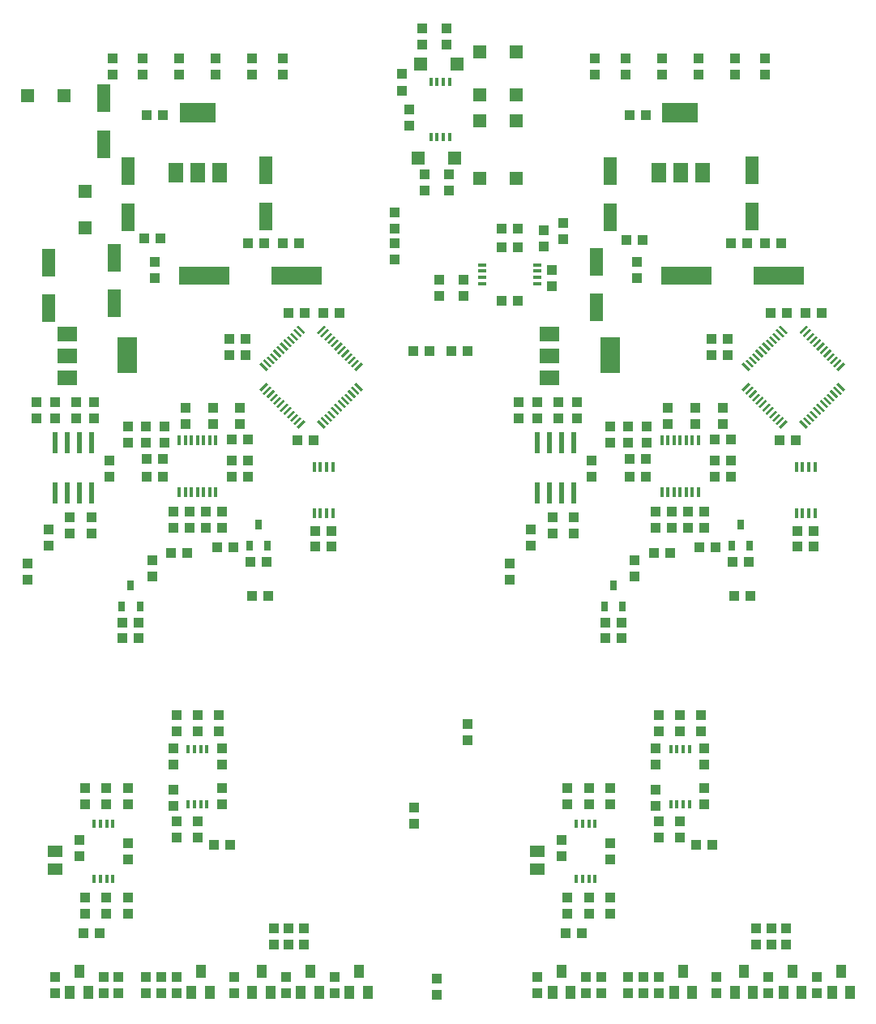
<source format=gtp>
G75*
%MOIN*%
%OFA0B0*%
%FSLAX25Y25*%
%IPPOS*%
%LPD*%
%AMOC8*
5,1,8,0,0,1.08239X$1,22.5*
%
%ADD10R,0.01000X0.03937*%
%ADD11R,0.03937X0.01000*%
%ADD12R,0.21000X0.07600*%
%ADD13R,0.04331X0.03937*%
%ADD14R,0.01200X0.03900*%
%ADD15R,0.03937X0.04331*%
%ADD16R,0.02362X0.08661*%
%ADD17R,0.03937X0.05512*%
%ADD18R,0.02756X0.03937*%
%ADD19R,0.05512X0.11811*%
%ADD20R,0.07900X0.05900*%
%ADD21R,0.07900X0.15000*%
%ADD22R,0.05900X0.07900*%
%ADD23R,0.15000X0.07900*%
%ADD24R,0.01614X0.04016*%
%ADD25R,0.01378X0.03543*%
%ADD26R,0.05906X0.05118*%
%ADD27R,0.05512X0.05512*%
%ADD28R,0.03543X0.01378*%
D10*
G36*
X0127530Y0254526D02*
X0128237Y0255233D01*
X0131020Y0252450D01*
X0130313Y0251743D01*
X0127530Y0254526D01*
G37*
G36*
X0128922Y0255918D02*
X0129629Y0256625D01*
X0132412Y0253842D01*
X0131705Y0253135D01*
X0128922Y0255918D01*
G37*
G36*
X0130314Y0257310D02*
X0131021Y0258017D01*
X0133804Y0255234D01*
X0133097Y0254527D01*
X0130314Y0257310D01*
G37*
G36*
X0131706Y0258702D02*
X0132413Y0259409D01*
X0135196Y0256626D01*
X0134489Y0255919D01*
X0131706Y0258702D01*
G37*
G36*
X0133098Y0260094D02*
X0133805Y0260801D01*
X0136588Y0258018D01*
X0135881Y0257311D01*
X0133098Y0260094D01*
G37*
G36*
X0134490Y0261486D02*
X0135197Y0262193D01*
X0137980Y0259410D01*
X0137273Y0258703D01*
X0134490Y0261486D01*
G37*
G36*
X0135882Y0262877D02*
X0136589Y0263584D01*
X0139372Y0260801D01*
X0138665Y0260094D01*
X0135882Y0262877D01*
G37*
G36*
X0137274Y0264269D02*
X0137981Y0264976D01*
X0140764Y0262193D01*
X0140057Y0261486D01*
X0137274Y0264269D01*
G37*
G36*
X0138666Y0265661D02*
X0139373Y0266368D01*
X0142156Y0263585D01*
X0141449Y0262878D01*
X0138666Y0265661D01*
G37*
G36*
X0140058Y0267053D02*
X0140765Y0267760D01*
X0143548Y0264977D01*
X0142841Y0264270D01*
X0140058Y0267053D01*
G37*
G36*
X0141449Y0268445D02*
X0142156Y0269152D01*
X0144939Y0266369D01*
X0144232Y0265662D01*
X0141449Y0268445D01*
G37*
G36*
X0142841Y0269837D02*
X0143548Y0270544D01*
X0146331Y0267761D01*
X0145624Y0267054D01*
X0142841Y0269837D01*
G37*
G36*
X0119178Y0293500D02*
X0119885Y0294207D01*
X0122668Y0291424D01*
X0121961Y0290717D01*
X0119178Y0293500D01*
G37*
G36*
X0117786Y0292108D02*
X0118493Y0292815D01*
X0121276Y0290032D01*
X0120569Y0289325D01*
X0117786Y0292108D01*
G37*
G36*
X0116395Y0290716D02*
X0117102Y0291423D01*
X0119885Y0288640D01*
X0119178Y0287933D01*
X0116395Y0290716D01*
G37*
G36*
X0115003Y0289324D02*
X0115710Y0290031D01*
X0118493Y0287248D01*
X0117786Y0286541D01*
X0115003Y0289324D01*
G37*
G36*
X0113611Y0287932D02*
X0114318Y0288639D01*
X0117101Y0285856D01*
X0116394Y0285149D01*
X0113611Y0287932D01*
G37*
G36*
X0112219Y0286540D02*
X0112926Y0287247D01*
X0115709Y0284464D01*
X0115002Y0283757D01*
X0112219Y0286540D01*
G37*
G36*
X0110827Y0285149D02*
X0111534Y0285856D01*
X0114317Y0283073D01*
X0113610Y0282366D01*
X0110827Y0285149D01*
G37*
G36*
X0109435Y0283757D02*
X0110142Y0284464D01*
X0112925Y0281681D01*
X0112218Y0280974D01*
X0109435Y0283757D01*
G37*
G36*
X0108043Y0282365D02*
X0108750Y0283072D01*
X0111533Y0280289D01*
X0110826Y0279582D01*
X0108043Y0282365D01*
G37*
G36*
X0106651Y0280973D02*
X0107358Y0281680D01*
X0110141Y0278897D01*
X0109434Y0278190D01*
X0106651Y0280973D01*
G37*
G36*
X0105259Y0279581D02*
X0105966Y0280288D01*
X0108749Y0277505D01*
X0108042Y0276798D01*
X0105259Y0279581D01*
G37*
G36*
X0103867Y0278189D02*
X0104574Y0278896D01*
X0107357Y0276113D01*
X0106650Y0275406D01*
X0103867Y0278189D01*
G37*
G36*
X0302292Y0278189D02*
X0302999Y0278896D01*
X0305782Y0276113D01*
X0305075Y0275406D01*
X0302292Y0278189D01*
G37*
G36*
X0303684Y0279581D02*
X0304391Y0280288D01*
X0307174Y0277505D01*
X0306467Y0276798D01*
X0303684Y0279581D01*
G37*
G36*
X0305076Y0280973D02*
X0305783Y0281680D01*
X0308566Y0278897D01*
X0307859Y0278190D01*
X0305076Y0280973D01*
G37*
G36*
X0306468Y0282365D02*
X0307175Y0283072D01*
X0309958Y0280289D01*
X0309251Y0279582D01*
X0306468Y0282365D01*
G37*
G36*
X0307860Y0283757D02*
X0308567Y0284464D01*
X0311350Y0281681D01*
X0310643Y0280974D01*
X0307860Y0283757D01*
G37*
G36*
X0309252Y0285149D02*
X0309959Y0285856D01*
X0312742Y0283073D01*
X0312035Y0282366D01*
X0309252Y0285149D01*
G37*
G36*
X0310644Y0286540D02*
X0311351Y0287247D01*
X0314134Y0284464D01*
X0313427Y0283757D01*
X0310644Y0286540D01*
G37*
G36*
X0312036Y0287932D02*
X0312743Y0288639D01*
X0315526Y0285856D01*
X0314819Y0285149D01*
X0312036Y0287932D01*
G37*
G36*
X0313428Y0289324D02*
X0314135Y0290031D01*
X0316918Y0287248D01*
X0316211Y0286541D01*
X0313428Y0289324D01*
G37*
G36*
X0314820Y0290716D02*
X0315527Y0291423D01*
X0318310Y0288640D01*
X0317603Y0287933D01*
X0314820Y0290716D01*
G37*
G36*
X0316212Y0292108D02*
X0316919Y0292815D01*
X0319702Y0290032D01*
X0318995Y0289325D01*
X0316212Y0292108D01*
G37*
G36*
X0317604Y0293500D02*
X0318311Y0294207D01*
X0321094Y0291424D01*
X0320387Y0290717D01*
X0317604Y0293500D01*
G37*
G36*
X0339875Y0268445D02*
X0340582Y0269152D01*
X0343365Y0266369D01*
X0342658Y0265662D01*
X0339875Y0268445D01*
G37*
G36*
X0338483Y0267053D02*
X0339190Y0267760D01*
X0341973Y0264977D01*
X0341266Y0264270D01*
X0338483Y0267053D01*
G37*
G36*
X0337091Y0265661D02*
X0337798Y0266368D01*
X0340581Y0263585D01*
X0339874Y0262878D01*
X0337091Y0265661D01*
G37*
G36*
X0335699Y0264269D02*
X0336406Y0264976D01*
X0339189Y0262193D01*
X0338482Y0261486D01*
X0335699Y0264269D01*
G37*
G36*
X0334307Y0262877D02*
X0335014Y0263584D01*
X0337797Y0260801D01*
X0337090Y0260094D01*
X0334307Y0262877D01*
G37*
G36*
X0332915Y0261486D02*
X0333622Y0262193D01*
X0336405Y0259410D01*
X0335698Y0258703D01*
X0332915Y0261486D01*
G37*
G36*
X0331523Y0260094D02*
X0332230Y0260801D01*
X0335013Y0258018D01*
X0334306Y0257311D01*
X0331523Y0260094D01*
G37*
G36*
X0330131Y0258702D02*
X0330838Y0259409D01*
X0333621Y0256626D01*
X0332914Y0255919D01*
X0330131Y0258702D01*
G37*
G36*
X0328739Y0257310D02*
X0329446Y0258017D01*
X0332229Y0255234D01*
X0331522Y0254527D01*
X0328739Y0257310D01*
G37*
G36*
X0327347Y0255918D02*
X0328054Y0256625D01*
X0330837Y0253842D01*
X0330130Y0253135D01*
X0327347Y0255918D01*
G37*
G36*
X0325955Y0254526D02*
X0326662Y0255233D01*
X0329445Y0252450D01*
X0328738Y0251743D01*
X0325955Y0254526D01*
G37*
G36*
X0341267Y0269837D02*
X0341974Y0270544D01*
X0344757Y0267761D01*
X0344050Y0267054D01*
X0341267Y0269837D01*
G37*
D11*
G36*
X0341267Y0276113D02*
X0344050Y0278896D01*
X0344757Y0278189D01*
X0341974Y0275406D01*
X0341267Y0276113D01*
G37*
G36*
X0339875Y0277505D02*
X0342658Y0280288D01*
X0343365Y0279581D01*
X0340582Y0276798D01*
X0339875Y0277505D01*
G37*
G36*
X0338483Y0278897D02*
X0341266Y0281680D01*
X0341973Y0280973D01*
X0339190Y0278190D01*
X0338483Y0278897D01*
G37*
G36*
X0337091Y0280289D02*
X0339874Y0283072D01*
X0340581Y0282365D01*
X0337798Y0279582D01*
X0337091Y0280289D01*
G37*
G36*
X0335699Y0281681D02*
X0338482Y0284464D01*
X0339189Y0283757D01*
X0336406Y0280974D01*
X0335699Y0281681D01*
G37*
G36*
X0334307Y0283073D02*
X0337090Y0285856D01*
X0337797Y0285149D01*
X0335014Y0282366D01*
X0334307Y0283073D01*
G37*
G36*
X0332915Y0284464D02*
X0335698Y0287247D01*
X0336405Y0286540D01*
X0333622Y0283757D01*
X0332915Y0284464D01*
G37*
G36*
X0331523Y0285856D02*
X0334306Y0288639D01*
X0335013Y0287932D01*
X0332230Y0285149D01*
X0331523Y0285856D01*
G37*
G36*
X0330131Y0287248D02*
X0332914Y0290031D01*
X0333621Y0289324D01*
X0330838Y0286541D01*
X0330131Y0287248D01*
G37*
G36*
X0328739Y0288640D02*
X0331522Y0291423D01*
X0332229Y0290716D01*
X0329446Y0287933D01*
X0328739Y0288640D01*
G37*
G36*
X0327347Y0290032D02*
X0330130Y0292815D01*
X0330837Y0292108D01*
X0328054Y0289325D01*
X0327347Y0290032D01*
G37*
G36*
X0325955Y0291424D02*
X0328738Y0294207D01*
X0329445Y0293500D01*
X0326662Y0290717D01*
X0325955Y0291424D01*
G37*
G36*
X0302292Y0267761D02*
X0305075Y0270544D01*
X0305782Y0269837D01*
X0302999Y0267054D01*
X0302292Y0267761D01*
G37*
G36*
X0303684Y0266369D02*
X0306467Y0269152D01*
X0307174Y0268445D01*
X0304391Y0265662D01*
X0303684Y0266369D01*
G37*
G36*
X0305076Y0264977D02*
X0307859Y0267760D01*
X0308566Y0267053D01*
X0305783Y0264270D01*
X0305076Y0264977D01*
G37*
G36*
X0306468Y0263585D02*
X0309251Y0266368D01*
X0309958Y0265661D01*
X0307175Y0262878D01*
X0306468Y0263585D01*
G37*
G36*
X0307860Y0262193D02*
X0310643Y0264976D01*
X0311350Y0264269D01*
X0308567Y0261486D01*
X0307860Y0262193D01*
G37*
G36*
X0309252Y0260801D02*
X0312035Y0263584D01*
X0312742Y0262877D01*
X0309959Y0260094D01*
X0309252Y0260801D01*
G37*
G36*
X0310644Y0259410D02*
X0313427Y0262193D01*
X0314134Y0261486D01*
X0311351Y0258703D01*
X0310644Y0259410D01*
G37*
G36*
X0312036Y0258018D02*
X0314819Y0260801D01*
X0315526Y0260094D01*
X0312743Y0257311D01*
X0312036Y0258018D01*
G37*
G36*
X0313428Y0256626D02*
X0316211Y0259409D01*
X0316918Y0258702D01*
X0314135Y0255919D01*
X0313428Y0256626D01*
G37*
G36*
X0314820Y0255234D02*
X0317603Y0258017D01*
X0318310Y0257310D01*
X0315527Y0254527D01*
X0314820Y0255234D01*
G37*
G36*
X0316212Y0253842D02*
X0318995Y0256625D01*
X0319702Y0255918D01*
X0316919Y0253135D01*
X0316212Y0253842D01*
G37*
G36*
X0317604Y0252450D02*
X0320387Y0255233D01*
X0321094Y0254526D01*
X0318311Y0251743D01*
X0317604Y0252450D01*
G37*
G36*
X0142841Y0276113D02*
X0145624Y0278896D01*
X0146331Y0278189D01*
X0143548Y0275406D01*
X0142841Y0276113D01*
G37*
G36*
X0141449Y0277505D02*
X0144232Y0280288D01*
X0144939Y0279581D01*
X0142156Y0276798D01*
X0141449Y0277505D01*
G37*
G36*
X0140058Y0278897D02*
X0142841Y0281680D01*
X0143548Y0280973D01*
X0140765Y0278190D01*
X0140058Y0278897D01*
G37*
G36*
X0138666Y0280289D02*
X0141449Y0283072D01*
X0142156Y0282365D01*
X0139373Y0279582D01*
X0138666Y0280289D01*
G37*
G36*
X0137274Y0281681D02*
X0140057Y0284464D01*
X0140764Y0283757D01*
X0137981Y0280974D01*
X0137274Y0281681D01*
G37*
G36*
X0135882Y0283073D02*
X0138665Y0285856D01*
X0139372Y0285149D01*
X0136589Y0282366D01*
X0135882Y0283073D01*
G37*
G36*
X0134490Y0284464D02*
X0137273Y0287247D01*
X0137980Y0286540D01*
X0135197Y0283757D01*
X0134490Y0284464D01*
G37*
G36*
X0133098Y0285856D02*
X0135881Y0288639D01*
X0136588Y0287932D01*
X0133805Y0285149D01*
X0133098Y0285856D01*
G37*
G36*
X0131706Y0287248D02*
X0134489Y0290031D01*
X0135196Y0289324D01*
X0132413Y0286541D01*
X0131706Y0287248D01*
G37*
G36*
X0130314Y0288640D02*
X0133097Y0291423D01*
X0133804Y0290716D01*
X0131021Y0287933D01*
X0130314Y0288640D01*
G37*
G36*
X0128922Y0290032D02*
X0131705Y0292815D01*
X0132412Y0292108D01*
X0129629Y0289325D01*
X0128922Y0290032D01*
G37*
G36*
X0127530Y0291424D02*
X0130313Y0294207D01*
X0131020Y0293500D01*
X0128237Y0290717D01*
X0127530Y0291424D01*
G37*
G36*
X0103867Y0267761D02*
X0106650Y0270544D01*
X0107357Y0269837D01*
X0104574Y0267054D01*
X0103867Y0267761D01*
G37*
G36*
X0105259Y0266369D02*
X0108042Y0269152D01*
X0108749Y0268445D01*
X0105966Y0265662D01*
X0105259Y0266369D01*
G37*
G36*
X0106651Y0264977D02*
X0109434Y0267760D01*
X0110141Y0267053D01*
X0107358Y0264270D01*
X0106651Y0264977D01*
G37*
G36*
X0108043Y0263585D02*
X0110826Y0266368D01*
X0111533Y0265661D01*
X0108750Y0262878D01*
X0108043Y0263585D01*
G37*
G36*
X0109435Y0262193D02*
X0112218Y0264976D01*
X0112925Y0264269D01*
X0110142Y0261486D01*
X0109435Y0262193D01*
G37*
G36*
X0110827Y0260801D02*
X0113610Y0263584D01*
X0114317Y0262877D01*
X0111534Y0260094D01*
X0110827Y0260801D01*
G37*
G36*
X0112219Y0259410D02*
X0115002Y0262193D01*
X0115709Y0261486D01*
X0112926Y0258703D01*
X0112219Y0259410D01*
G37*
G36*
X0113611Y0258018D02*
X0116394Y0260801D01*
X0117101Y0260094D01*
X0114318Y0257311D01*
X0113611Y0258018D01*
G37*
G36*
X0115003Y0256626D02*
X0117786Y0259409D01*
X0118493Y0258702D01*
X0115710Y0255919D01*
X0115003Y0256626D01*
G37*
G36*
X0116395Y0255234D02*
X0119178Y0258017D01*
X0119885Y0257310D01*
X0117102Y0254527D01*
X0116395Y0255234D01*
G37*
G36*
X0117786Y0253842D02*
X0120569Y0256625D01*
X0121276Y0255918D01*
X0118493Y0253135D01*
X0117786Y0253842D01*
G37*
G36*
X0119178Y0252450D02*
X0121961Y0255233D01*
X0122668Y0254526D01*
X0119885Y0251743D01*
X0119178Y0252450D01*
G37*
D12*
X0119118Y0314710D03*
X0081118Y0314710D03*
X0279543Y0314710D03*
X0317543Y0314710D03*
D13*
X0019712Y0019704D03*
X0019712Y0026396D03*
X0039712Y0026396D03*
X0045962Y0026396D03*
X0045962Y0019704D03*
X0039712Y0019704D03*
X0057212Y0019704D03*
X0063462Y0019704D03*
X0069712Y0019704D03*
X0069712Y0026396D03*
X0063462Y0026396D03*
X0057212Y0026396D03*
X0040962Y0052204D03*
X0040962Y0058896D03*
X0032212Y0058896D03*
X0032212Y0052204D03*
X0032212Y0097204D03*
X0032212Y0103896D03*
X0040962Y0103896D03*
X0040962Y0097204D03*
X0069712Y0090146D03*
X0069712Y0083454D03*
X0088462Y0113454D03*
X0088462Y0120146D03*
X0087212Y0127204D03*
X0087212Y0133896D03*
X0078462Y0133896D03*
X0078462Y0127204D03*
X0069712Y0127204D03*
X0069712Y0133896D03*
X0054308Y0171800D03*
X0047615Y0171800D03*
X0059712Y0190954D03*
X0059712Y0197646D03*
X0075212Y0210954D03*
X0081712Y0210954D03*
X0081712Y0217646D03*
X0075212Y0217646D03*
X0064308Y0231800D03*
X0057615Y0231800D03*
X0057212Y0245954D03*
X0057212Y0252646D03*
X0049712Y0252646D03*
X0049712Y0245954D03*
X0028462Y0255954D03*
X0028462Y0262646D03*
X0019712Y0262646D03*
X0019712Y0255954D03*
X0012212Y0255954D03*
X0012212Y0262646D03*
X0025962Y0215146D03*
X0025962Y0208454D03*
X0017212Y0210146D03*
X0017212Y0203454D03*
X0008462Y0196396D03*
X0008462Y0189704D03*
X0073462Y0253454D03*
X0073462Y0260146D03*
X0084712Y0260146D03*
X0084712Y0253454D03*
X0092615Y0247425D03*
X0095962Y0253454D03*
X0099308Y0247425D03*
X0095962Y0260146D03*
X0098058Y0282051D03*
X0098058Y0288488D03*
X0091365Y0288488D03*
X0091365Y0282051D03*
X0115740Y0299300D03*
X0122433Y0299300D03*
X0130115Y0299300D03*
X0136808Y0299300D03*
X0159436Y0321288D03*
X0159436Y0327981D03*
X0159436Y0333887D03*
X0159436Y0340580D03*
X0171926Y0349438D03*
X0171926Y0356131D03*
X0181926Y0356131D03*
X0181926Y0349438D03*
X0203334Y0326209D03*
X0210027Y0326209D03*
X0220853Y0326603D03*
X0220853Y0333296D03*
X0228924Y0336249D03*
X0228924Y0329556D03*
X0224003Y0316957D03*
X0224003Y0310265D03*
X0210027Y0304162D03*
X0203334Y0304162D03*
X0187783Y0306131D03*
X0187783Y0312824D03*
X0210637Y0262646D03*
X0210637Y0255954D03*
X0218137Y0255954D03*
X0218137Y0262646D03*
X0226887Y0262646D03*
X0226887Y0255954D03*
X0248137Y0252646D03*
X0248137Y0245954D03*
X0255637Y0245954D03*
X0255637Y0252646D03*
X0271887Y0253454D03*
X0271887Y0260146D03*
X0283137Y0260146D03*
X0283137Y0253454D03*
X0291040Y0247425D03*
X0294387Y0253454D03*
X0297733Y0247425D03*
X0294387Y0260146D03*
X0296483Y0282051D03*
X0296483Y0288488D03*
X0289790Y0288488D03*
X0289790Y0282051D03*
X0314165Y0299300D03*
X0320858Y0299300D03*
X0328540Y0299300D03*
X0335233Y0299300D03*
X0318604Y0327981D03*
X0311912Y0327981D03*
X0304387Y0328060D03*
X0297694Y0328060D03*
X0262733Y0380550D03*
X0256040Y0380550D03*
X0254387Y0397204D03*
X0254387Y0403896D03*
X0241887Y0403896D03*
X0241887Y0397204D03*
X0269387Y0397204D03*
X0269387Y0403896D03*
X0284387Y0403896D03*
X0284387Y0397204D03*
X0299387Y0397204D03*
X0299387Y0403896D03*
X0311887Y0403896D03*
X0311887Y0397204D03*
X0317915Y0246800D03*
X0324608Y0246800D03*
X0297733Y0231800D03*
X0291040Y0231800D03*
X0286887Y0217646D03*
X0286887Y0210954D03*
X0280137Y0210954D03*
X0273637Y0210954D03*
X0273637Y0217646D03*
X0280137Y0217646D03*
X0262733Y0231800D03*
X0256040Y0231800D03*
X0258137Y0197646D03*
X0258137Y0190954D03*
X0252733Y0171800D03*
X0246040Y0171800D03*
X0224387Y0208454D03*
X0224387Y0215146D03*
X0215637Y0210146D03*
X0215637Y0203454D03*
X0206887Y0196396D03*
X0206887Y0189704D03*
X0189348Y0130284D03*
X0189348Y0123591D03*
X0167320Y0095875D03*
X0167320Y0089182D03*
X0122212Y0046396D03*
X0115962Y0046396D03*
X0115962Y0039704D03*
X0122212Y0039704D03*
X0109712Y0039704D03*
X0109712Y0046396D03*
X0114712Y0026396D03*
X0114712Y0019704D03*
X0134712Y0019704D03*
X0134712Y0026396D03*
X0093462Y0026396D03*
X0093462Y0019704D03*
X0176759Y0018926D03*
X0176759Y0025619D03*
X0218137Y0026396D03*
X0218137Y0019704D03*
X0238137Y0019704D03*
X0244387Y0019704D03*
X0244387Y0026396D03*
X0238137Y0026396D03*
X0255637Y0026396D03*
X0261887Y0026396D03*
X0268137Y0026396D03*
X0268137Y0019704D03*
X0261887Y0019704D03*
X0255637Y0019704D03*
X0239387Y0052204D03*
X0239387Y0058896D03*
X0230637Y0058896D03*
X0230637Y0052204D03*
X0230637Y0097204D03*
X0230637Y0103896D03*
X0239387Y0103896D03*
X0239387Y0097204D03*
X0268137Y0090146D03*
X0268137Y0083454D03*
X0286887Y0113454D03*
X0286887Y0120146D03*
X0285637Y0127204D03*
X0285637Y0133896D03*
X0276887Y0133896D03*
X0276887Y0127204D03*
X0268137Y0127204D03*
X0268137Y0133896D03*
X0298540Y0196800D03*
X0305233Y0196800D03*
X0325233Y0203355D03*
X0325233Y0209605D03*
X0331926Y0209605D03*
X0331926Y0203355D03*
X0320637Y0046396D03*
X0320637Y0039704D03*
X0314387Y0039704D03*
X0314387Y0046396D03*
X0308137Y0046396D03*
X0308137Y0039704D03*
X0313137Y0026396D03*
X0313137Y0019704D03*
X0291887Y0019704D03*
X0291887Y0026396D03*
X0333137Y0026396D03*
X0333137Y0019704D03*
X0133501Y0203355D03*
X0133501Y0209605D03*
X0126808Y0209605D03*
X0126808Y0203355D03*
X0106808Y0196800D03*
X0100115Y0196800D03*
X0088462Y0210954D03*
X0088462Y0217646D03*
X0092615Y0231800D03*
X0099308Y0231800D03*
X0119490Y0246800D03*
X0126183Y0246800D03*
X0120179Y0327981D03*
X0113486Y0327981D03*
X0105962Y0328060D03*
X0099269Y0328060D03*
X0064308Y0380550D03*
X0057615Y0380550D03*
X0055962Y0397204D03*
X0055962Y0403896D03*
X0043462Y0403896D03*
X0043462Y0397204D03*
X0070962Y0397204D03*
X0070962Y0403896D03*
X0085962Y0403896D03*
X0085962Y0397204D03*
X0100962Y0397204D03*
X0100962Y0403896D03*
X0113462Y0403896D03*
X0113462Y0397204D03*
X0170676Y0409438D03*
X0170676Y0416131D03*
X0180676Y0416131D03*
X0180676Y0409438D03*
D14*
X0269387Y0246880D03*
X0271887Y0246880D03*
X0274387Y0246880D03*
X0276887Y0246880D03*
X0279387Y0246880D03*
X0281887Y0246880D03*
X0284387Y0246880D03*
X0284387Y0225480D03*
X0281887Y0225480D03*
X0279387Y0225480D03*
X0276887Y0225480D03*
X0274387Y0225480D03*
X0271887Y0225480D03*
X0269387Y0225480D03*
X0085962Y0225480D03*
X0083462Y0225480D03*
X0080962Y0225480D03*
X0078462Y0225480D03*
X0075962Y0225480D03*
X0073462Y0225480D03*
X0070962Y0225480D03*
X0070962Y0246880D03*
X0073462Y0246880D03*
X0075962Y0246880D03*
X0078462Y0246880D03*
X0080962Y0246880D03*
X0083462Y0246880D03*
X0085962Y0246880D03*
D15*
X0092615Y0238670D03*
X0099308Y0238670D03*
X0068462Y0217646D03*
X0068462Y0210954D03*
X0067615Y0200550D03*
X0074308Y0200550D03*
X0086365Y0203050D03*
X0093058Y0203050D03*
X0100735Y0183050D03*
X0107428Y0183050D03*
X0064308Y0239300D03*
X0064712Y0245954D03*
X0057615Y0239300D03*
X0064712Y0252646D03*
X0042051Y0238533D03*
X0042051Y0231841D03*
X0034712Y0215146D03*
X0034712Y0208454D03*
X0047615Y0165550D03*
X0054308Y0165550D03*
X0068462Y0120146D03*
X0068462Y0113454D03*
X0068462Y0103276D03*
X0068462Y0096583D03*
X0078462Y0090146D03*
X0078462Y0083454D03*
X0085115Y0080550D03*
X0091808Y0080550D03*
X0088462Y0097204D03*
X0088462Y0103896D03*
X0049712Y0103896D03*
X0049712Y0097204D03*
X0049712Y0081396D03*
X0049712Y0074704D03*
X0049712Y0058896D03*
X0049712Y0052204D03*
X0038058Y0044300D03*
X0031365Y0044300D03*
X0029712Y0075954D03*
X0029712Y0082646D03*
X0035962Y0255954D03*
X0035962Y0262646D03*
X0060706Y0313660D03*
X0060706Y0320353D03*
X0063058Y0329800D03*
X0056365Y0329800D03*
X0165470Y0376150D03*
X0165470Y0382843D03*
X0162320Y0390747D03*
X0162320Y0397440D03*
X0203334Y0334083D03*
X0210027Y0334083D03*
X0177743Y0312824D03*
X0177743Y0306131D03*
X0173806Y0283690D03*
X0167113Y0283690D03*
X0182861Y0283690D03*
X0189554Y0283690D03*
X0234387Y0262646D03*
X0234387Y0255954D03*
X0240476Y0238533D03*
X0240476Y0231841D03*
X0233137Y0215146D03*
X0233137Y0208454D03*
X0256040Y0239300D03*
X0262733Y0239300D03*
X0263137Y0245954D03*
X0263137Y0252646D03*
X0291040Y0238670D03*
X0297733Y0238670D03*
X0266887Y0217646D03*
X0266887Y0210954D03*
X0266040Y0200550D03*
X0272733Y0200550D03*
X0284790Y0203050D03*
X0291483Y0203050D03*
X0299161Y0183050D03*
X0305853Y0183050D03*
X0252733Y0165550D03*
X0246040Y0165550D03*
X0266887Y0120146D03*
X0266887Y0113454D03*
X0266887Y0103276D03*
X0266887Y0096583D03*
X0276887Y0090146D03*
X0276887Y0083454D03*
X0283540Y0080550D03*
X0290233Y0080550D03*
X0286887Y0097204D03*
X0286887Y0103896D03*
X0248137Y0103896D03*
X0248137Y0097204D03*
X0248137Y0081396D03*
X0248137Y0074704D03*
X0248137Y0058896D03*
X0248137Y0052204D03*
X0236483Y0044300D03*
X0229790Y0044300D03*
X0228137Y0075954D03*
X0228137Y0082646D03*
X0259131Y0313660D03*
X0259131Y0320353D03*
X0261483Y0329300D03*
X0254790Y0329300D03*
D16*
X0233137Y0245786D03*
X0228137Y0245786D03*
X0223137Y0245786D03*
X0218137Y0245786D03*
X0218137Y0225314D03*
X0223137Y0225314D03*
X0228137Y0225314D03*
X0233137Y0225314D03*
X0034712Y0225314D03*
X0029712Y0225314D03*
X0024712Y0225314D03*
X0019712Y0225314D03*
X0019712Y0245786D03*
X0024712Y0245786D03*
X0029712Y0245786D03*
X0034712Y0245786D03*
D17*
X0029712Y0028631D03*
X0033452Y0019969D03*
X0025972Y0019969D03*
X0075972Y0019969D03*
X0083452Y0019969D03*
X0079712Y0028631D03*
X0100972Y0019969D03*
X0108452Y0019969D03*
X0104712Y0028631D03*
X0120972Y0019969D03*
X0128452Y0019969D03*
X0124712Y0028631D03*
X0140972Y0019969D03*
X0148452Y0019969D03*
X0144712Y0028631D03*
X0224397Y0019969D03*
X0231877Y0019969D03*
X0228137Y0028631D03*
X0274397Y0019969D03*
X0281877Y0019969D03*
X0278137Y0028631D03*
X0299397Y0019969D03*
X0306877Y0019969D03*
X0303137Y0028631D03*
X0319397Y0019969D03*
X0326877Y0019969D03*
X0323137Y0028631D03*
X0339397Y0019969D03*
X0346877Y0019969D03*
X0343137Y0028631D03*
D18*
X0253127Y0178719D03*
X0245647Y0178719D03*
X0249387Y0187381D03*
X0298147Y0203719D03*
X0305627Y0203719D03*
X0301887Y0212381D03*
X0107202Y0203719D03*
X0099722Y0203719D03*
X0103462Y0212381D03*
X0054702Y0178719D03*
X0047222Y0178719D03*
X0050962Y0187381D03*
D19*
X0044086Y0303101D03*
X0044086Y0321999D03*
X0049712Y0338601D03*
X0049712Y0357499D03*
X0039712Y0368601D03*
X0039712Y0387499D03*
X0017212Y0319999D03*
X0017212Y0301101D03*
X0106587Y0338926D03*
X0106587Y0357824D03*
X0242511Y0320424D03*
X0242511Y0301526D03*
X0248137Y0338601D03*
X0248137Y0357499D03*
X0306587Y0357824D03*
X0306587Y0338926D03*
D20*
X0223237Y0290700D03*
X0223237Y0281700D03*
X0223237Y0272700D03*
X0024812Y0272700D03*
X0024812Y0281700D03*
X0024812Y0290700D03*
D21*
X0049612Y0281800D03*
X0248037Y0281800D03*
D22*
X0267987Y0356900D03*
X0276987Y0356900D03*
X0285987Y0356900D03*
X0087562Y0356900D03*
X0078562Y0356900D03*
X0069562Y0356900D03*
D23*
X0078462Y0381700D03*
X0276887Y0381700D03*
D24*
X0324741Y0235929D03*
X0327300Y0235929D03*
X0329859Y0235929D03*
X0332418Y0235929D03*
X0332418Y0217031D03*
X0329859Y0217031D03*
X0327300Y0217031D03*
X0324741Y0217031D03*
X0133993Y0217031D03*
X0131434Y0217031D03*
X0128875Y0217031D03*
X0126316Y0217031D03*
X0126316Y0235929D03*
X0128875Y0235929D03*
X0131434Y0235929D03*
X0133993Y0235929D03*
D25*
X0082300Y0119989D03*
X0079741Y0119989D03*
X0077182Y0119989D03*
X0074623Y0119989D03*
X0074623Y0097351D03*
X0077182Y0097351D03*
X0079741Y0097351D03*
X0082300Y0097351D03*
X0043550Y0089369D03*
X0040991Y0089369D03*
X0038432Y0089369D03*
X0035873Y0089369D03*
X0035873Y0066731D03*
X0038432Y0066731D03*
X0040991Y0066731D03*
X0043550Y0066731D03*
X0234298Y0066731D03*
X0236857Y0066731D03*
X0239416Y0066731D03*
X0241976Y0066731D03*
X0241976Y0089369D03*
X0239416Y0089369D03*
X0236857Y0089369D03*
X0234298Y0089369D03*
X0273048Y0097351D03*
X0275607Y0097351D03*
X0278166Y0097351D03*
X0280726Y0097351D03*
X0280726Y0119989D03*
X0278166Y0119989D03*
X0275607Y0119989D03*
X0273048Y0119989D03*
X0182015Y0371465D03*
X0179456Y0371465D03*
X0176897Y0371465D03*
X0174338Y0371465D03*
X0174338Y0394103D03*
X0176897Y0394103D03*
X0179456Y0394103D03*
X0182015Y0394103D03*
D26*
X0218137Y0078040D03*
X0218137Y0070560D03*
X0019712Y0070560D03*
X0019712Y0078040D03*
D27*
X0032212Y0334320D03*
X0032212Y0349280D03*
X0023442Y0388675D03*
X0008481Y0388675D03*
X0169146Y0362784D03*
X0184107Y0362784D03*
X0194446Y0354585D03*
X0209407Y0354585D03*
X0209407Y0378109D03*
X0209407Y0389034D03*
X0194446Y0389034D03*
X0194446Y0378109D03*
X0185031Y0401534D03*
X0194446Y0406652D03*
X0209407Y0406652D03*
X0170071Y0401534D03*
D28*
X0195361Y0319024D03*
X0195361Y0316465D03*
X0195361Y0313906D03*
X0195361Y0311347D03*
X0217999Y0311347D03*
X0217999Y0313906D03*
X0217999Y0316465D03*
X0217999Y0319024D03*
M02*

</source>
